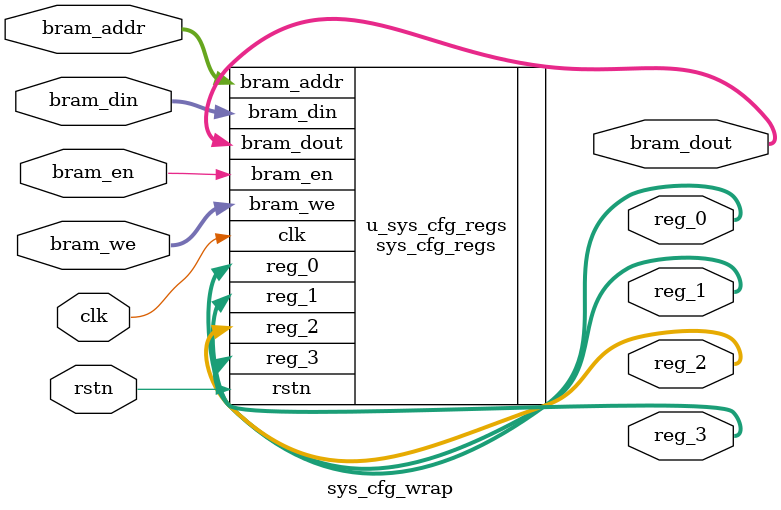
<source format=v>
`timescale 1ns / 1ps
module sys_cfg_wrap #(
    parameter                           ADDR_WIDTH  = 32        ,
    parameter                           DATA_WIDTH  = 32        ,
    parameter                           BYTE_NUM    = 4
)(
    // >>>>>>>>>> clock and reset
    input                               clk         ,
    input                               rstn        ,
    // >>>>>>>>>> axi_bram_controller
    input                               bram_en     ,
    input       [BYTE_NUM-1:0]          bram_we     ,
    input       [ADDR_WIDTH-1:0]        bram_addr   ,
    input       [DATA_WIDTH-1:0]        bram_din    ,
    output      [DATA_WIDTH-1:0]        bram_dout   ,
    // >>>>>>>>>> sys_regs
    output      [DATA_WIDTH-1:0]        reg_0       ,
    output      [DATA_WIDTH-1:0]        reg_1       ,
    output      [DATA_WIDTH-1:0]        reg_2       ,
    output      [DATA_WIDTH-1:0]        reg_3
    );

// >>>>>>>>>> param
localparam                              BASE_ADDR   = 32'h0;

// >>>>>>>>>> cfg_regs
sys_cfg_regs #(
    .BASE_ADDR          (BASE_ADDR              ),
    .ADDR_WIDTH         (ADDR_WIDTH             ),
    .DATA_WIDTH         (DATA_WIDTH             ),
    .BYTE_NUM           (BYTE_NUM               )
)
u_sys_cfg_regs (
    .clk                (clk                    ),
    .rstn               (rstn                   ),
    .bram_en            (bram_en                ),
    .bram_we            (bram_we                ),
    .bram_addr          (bram_addr              ),
    .bram_din           (bram_din               ),
    .bram_dout          (bram_dout              ),
    .reg_0              (reg_0                  ),
    .reg_1              (reg_1                  ),
    .reg_2              (reg_2                  ),
    .reg_3              (reg_3                  )
    );

endmodule

</source>
